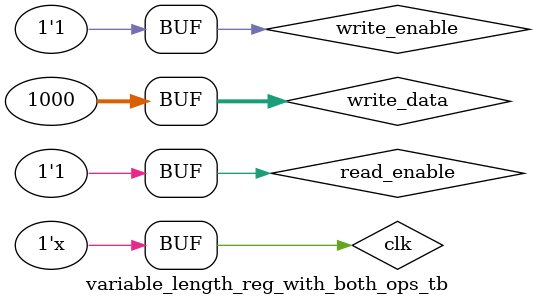
<source format=v>
module variable_length_reg_with_both_ops #(parameter width = 32) (input [width - 1:0] write_data, input clk, write_enable, read_enable, output reg [width - 1:0] read_data);
	reg [width - 1:0] register;
	initial register = 32'b0;
	always@(posedge clk) 
		begin
			if(write_enable && read_enable) 
				begin
					register = write_data;
					read_data = register;
				end
			else if(write_enable) 
				begin
					register = write_data;
				end
			else if(read_enable) 
				begin
					read_data = register;
				end
		end
endmodule

module variable_length_reg_with_both_ops_tb #(parameter width = 32);
	reg [width-1:0] write_data;
	reg write_enable, read_enable, clk;
	wire [width-1:0] read_data;
	variable_length_reg_with_both_ops instance1 (write_data, clk, write_enable, read_enable, read_data);
	initial clk = 1'b1;
	initial 
		begin
			write_data = 100;
			write_enable = 1;
			read_enable = 0;
			#10;
			
			write_data = 50;
			write_enable = 0;
			read_enable = 1;
			#10;
			
			write_data = 50;
			write_enable = 0;
			read_enable = 0;
			#10;
			
			write_data = 1000;
			write_enable = 1;
			read_enable = 1;
			#10;
		end
	always #5 clk <= ~clk;
endmodule

	
</source>
